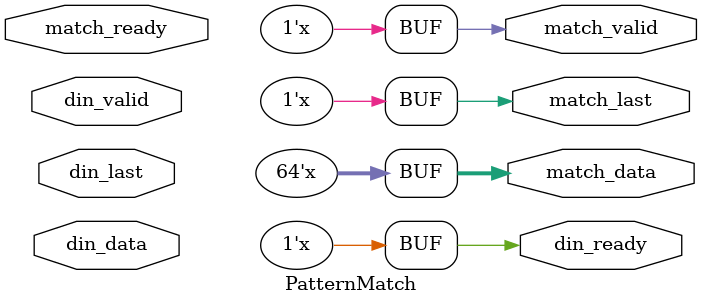
<source format=v>
module PatternMatch (
    input wire[63:0] din_data,
    input wire din_last,
    output wire din_ready,
    input wire din_valid,
    output wire[63:0] match_data,
    output wire match_last,
    input wire match_ready,
    output wire match_valid
);
    assign din_ready = 1'bx;
    assign match_data = 64'bxxxxxxxxxxxxxxxxxxxxxxxxxxxxxxxxxxxxxxxxxxxxxxxxxxxxxxxxxxxxxxxx;
    assign match_last = 1'bx;
    assign match_valid = 1'bx;
endmodule
</source>
